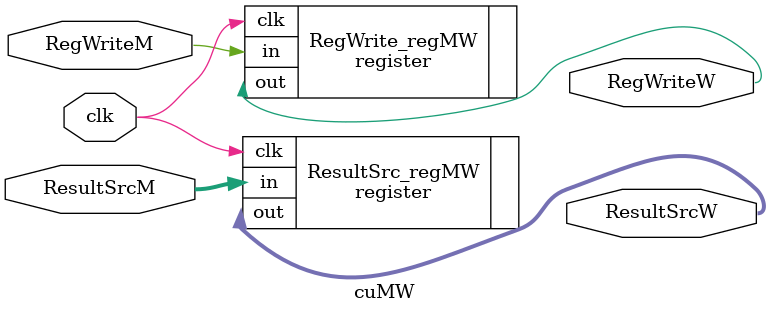
<source format=sv>
module cuMW(
    input logic                 clk,
    input logic                 RegWriteM,
    input logic     [1:0]       ResultSrcM,
    output logic                RegWriteW,
    output logic    [1:0]       ResultSrcW
);

register #(1) RegWrite_regMW(
    .clk(clk),
    .in(RegWriteM),
    .out(RegWriteW)
);

register #(2) ResultSrc_regMW(
    .clk(clk),
    .in(ResultSrcM),
    .out(ResultSrcW)
);

endmodule

</source>
